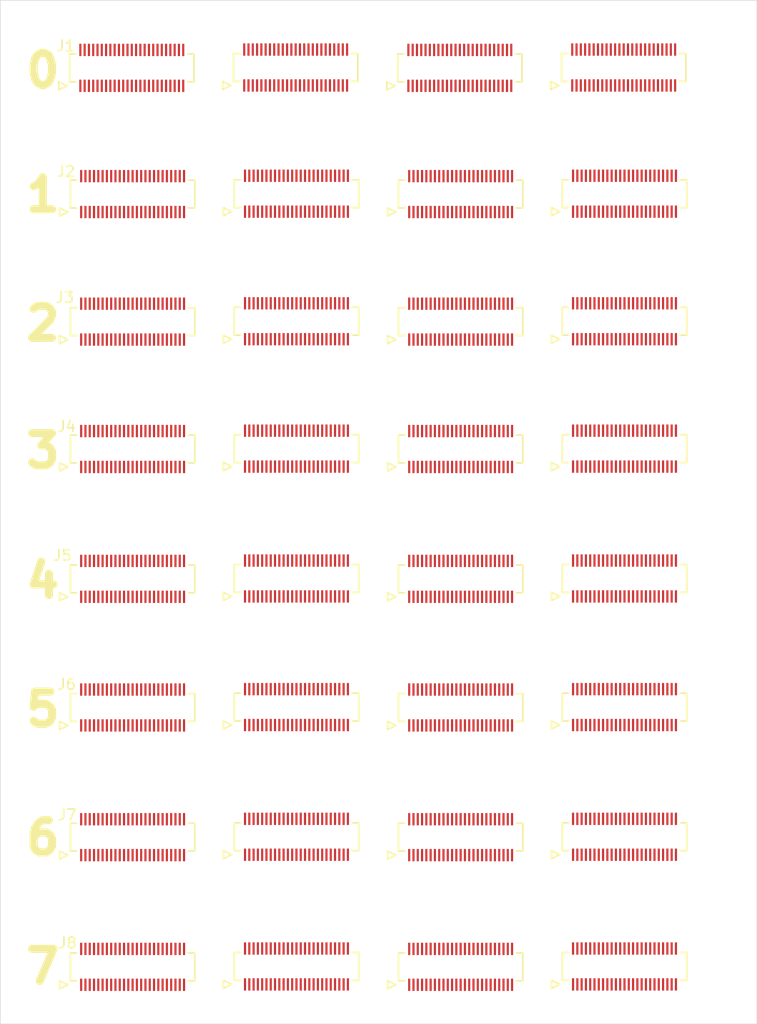
<source format=kicad_pcb>
(kicad_pcb (version 20241229) (generator "pcbnew") (generator_version "9.0")
  (layers (0 "F.Cu" signal) (4 "In1.Cu" signal) (6 "In2.Cu" signal) (8 "In3.Cu" signal) (10 "In4.Cu" signal) (12 "In5.Cu" signal) (14 "In6.Cu" signal) (16 "In7.Cu" signal) (18 "In8.Cu" signal) (20 "In9.Cu" signal) (22 "In10.Cu" signal) (24 "In11.Cu" signal) (26 "In12.Cu" signal) (28 "In13.Cu" signal) (30 "In14.Cu" signal) (32 "In15.Cu" signal) (34 "In16.Cu" signal) (2 "B.Cu" signal) (13 "F.Paste" user) (15 "B.Paste" user) (5 "F.SilkS" user "F.Silkscreen") (7 "B.SilkS" user "B.Silkscreen") (1 "F.Mask" user) (3 "B.Mask" user) (25 "Edge.Cuts" user))
  (net 0 "")
  (net 577 "B00B08_013")
  (net 578 "B00B04_006")
  (net 579 "B00B04_003")
  (net 580 "B00B01_014")
  (net 581 "B00B08_015")
  (net 582 "B00B02_000")
  (net 583 "B00B08_012")
  (net 584 "B00B08_008")
  (net 585 "B00B02_003")
  (net 586 "B00B04_011")
  (net 587 "B00B01_003")
  (net 588 "B00B02_009")
  (net 589 "B00B02_010")
  (net 590 "B00B08_003")
  (net 591 "B00B04_002")
  (net 592 "B00B01_015")
  (net 593 "B00B04_008")
  (net 594 "B00B01_000")
  (net 595 "B00B08_001")
  (net 596 "B00B04_004")
  (net 597 "B00B02_004")
  (net 598 "B00B04_000")
  (net 599 "B00B01_011")
  (net 600 "B00B04_009")
  (net 601 "B00B08_005")
  (net 602 "B00B08_009")
  (net 603 "B00B01_012")
  (net 604 "B00B01_008")
  (net 605 "B00B08_004")
  (net 606 "B00B08_000")
  (net 607 "B00B02_014")
  (net 608 "B00B02_012")
  (net 609 "B00B02_015")
  (net 610 "B00B01_010")
  (net 611 "B00B01_013")
  (net 612 "B00B04_005")
  (net 613 "B00B04_012")
  (net 614 "B00B01_005")
  (net 615 "B00B02_008")
  (net 616 "B00B01_004")
  (net 617 "B00B02_013")
  (net 618 "B00B02_011")
  (net 619 "B00B01_001")
  (net 620 "B00B08_011")
  (net 621 "B00B02_007")
  (net 622 "B00B04_013")
  (net 623 "B00B04_007")
  (net 624 "B00B02_002")
  (net 625 "B00B08_002")
  (net 626 "B00B04_015")
  (net 627 "B00B08_006")
  (net 628 "B00B01_002")
  (net 629 "B00B04_010")
  (net 630 "B00B01_009")
  (net 631 "B00B01_006")
  (net 632 "B00B02_006")
  (net 633 "B00B08_007")
  (net 634 "B00B01_007")
  (net 635 "B00B04_001")
  (net 636 "B00B02_001")
  (net 637 "B00B04_014")
  (net 638 "B00B08_014")
  (net 639 "B00B02_005")
  (net 640 "B00B08_010")
  (net 641 "B01B05_006")
  (net 642 "B01B05_002")
  (net 643 "B01B09_008")
  (net 644 "B01B09_001")
  (net 645 "B01B09_009")
  (net 646 "B01B05_004")
  (net 647 "B01B03_011")
  (net 648 "B01B05_000")
  (net 649 "B01B05_012")
  (net 650 "B01B03_015")
  (net 651 "B01B03_002")
  (net 652 "B01B09_005")
  (net 653 "B01B05_010")
  (net 654 "B01B05_013")
  (net 655 "B01B03_001")
  (net 656 "B01B03_000")
  (net 657 "B01B05_011")
  (net 658 "B01B09_011")
  (net 659 "B01B09_015")
  (net 660 "B01B05_014")
  (net 661 "B01B09_000")
  (net 662 "B01B03_009")
  (net 663 "B01B05_015")
  (net 664 "B01B09_002")
  (net 665 "B01B09_003")
  (net 666 "B01B09_013")
  (net 667 "B01B03_010")
  (net 668 "B01B03_008")
  (net 669 "B01B03_014")
  (net 670 "B01B05_008")
  (net 671 "B01B09_012")
  (net 672 "B01B03_012")
  (net 673 "B01B05_005")
  (net 674 "B01B05_009")
  (net 675 "B01B05_003")
  (net 676 "B01B09_006")
  (net 677 "B01B03_006")
  (net 678 "B01B09_004")
  (net 679 "B01B03_004")
  (net 680 "B01B05_001")
  (net 681 "B01B05_007")
  (net 682 "B01B09_014")
  (net 683 "B01B03_007")
  (net 684 "B01B03_005")
  (net 685 "B01B09_007")
  (net 686 "B01B09_010")
  (net 687 "B01B03_013")
  (net 688 "B01B03_003")
  (net 689 "B02B10_002")
  (net 690 "B02B06_011")
  (net 691 "B02B03_008")
  (net 692 "B02B06_010")
  (net 693 "B02B06_012")
  (net 694 "B02B10_006")
  (net 695 "B02B10_005")
  (net 696 "B02B03_014")
  (net 697 "B02B03_006")
  (net 698 "B02B06_015")
  (net 699 "B02B06_003")
  (net 700 "B02B03_000")
  (net 701 "B02B10_015")
  (net 702 "B02B06_000")
  (net 703 "B02B10_004")
  (net 704 "B02B10_013")
  (net 705 "B02B03_007")
  (net 706 "B02B03_015")
  (net 707 "B02B06_006")
  (net 708 "B02B10_001")
  (net 709 "B02B03_009")
  (net 710 "B02B06_008")
  (net 711 "B02B06_013")
  (net 712 "B02B06_002")
  (net 713 "B02B03_003")
  (net 714 "B02B03_010")
  (net 715 "B02B03_005")
  (net 716 "B02B03_013")
  (net 717 "B02B03_011")
  (net 718 "B02B06_014")
  (net 719 "B02B03_012")
  (net 720 "B02B10_010")
  (net 721 "B02B06_001")
  (net 722 "B02B10_003")
  (net 723 "B02B10_008")
  (net 724 "B02B06_005")
  (net 725 "B02B10_000")
  (net 726 "B02B06_007")
  (net 727 "B02B03_004")
  (net 728 "B02B03_002")
  (net 729 "B02B03_001")
  (net 730 "B02B10_011")
  (net 731 "B02B06_009")
  (net 732 "B02B10_009")
  (net 733 "B02B10_014")
  (net 734 "B02B10_007")
  (net 735 "B02B10_012")
  (net 736 "B02B06_004")
  (net 737 "B03B07_007")
  (net 738 "B03B11_014")
  (net 739 "B03B07_008")
  (net 740 "B03B07_012")
  (net 741 "B03B11_006")
  (net 742 "B03B07_003")
  (net 743 "B03B07_011")
  (net 744 "B03B07_004")
  (net 745 "B03B07_015")
  (net 746 "B03B07_002")
  (net 747 "B03B07_000")
  (net 748 "B03B11_012")
  (net 749 "B03B11_009")
  (net 750 "B03B11_010")
  (net 751 "B03B07_010")
  (net 752 "B03B07_001")
  (net 753 "B03B11_013")
  (net 754 "B03B11_003")
  (net 755 "B03B11_015")
  (net 756 "B03B07_013")
  (net 757 "B03B11_004")
  (net 758 "B03B11_001")
  (net 759 "B03B07_005")
  (net 760 "B03B11_008")
  (net 761 "B03B11_011")
  (net 762 "B03B11_007")
  (net 763 "B03B11_000")
  (net 764 "B03B11_002")
  (net 765 "B03B07_014")
  (net 766 "B03B11_005")
  (net 767 "B03B07_009")
  (net 768 "B03B07_006")
  (net 769 "B04B05_011")
  (net 770 "B04B06_011")
  (net 771 "B04B12_015")
  (net 772 "B04B06_015")
  (net 773 "B04B12_010")
  (net 774 "B04B05_007")
  (net 775 "B04B05_013")
  (net 776 "B04B06_013")
  (net 777 "B04B12_009")
  (net 778 "B04B06_002")
  (net 779 "B04B12_012")
  (net 780 "B04B06_003")
  (net 781 "B04B12_007")
  (net 782 "B04B06_008")
  (net 783 "B04B12_006")
  (net 784 "B04B06_004")
  (net 785 "B04B06_012")
  (net 786 "B04B05_014")
  (net 787 "B04B12_002")
  (net 788 "B04B05_012")
  (net 789 "B04B12_001")
  (net 790 "B04B05_005")
  (net 791 "B04B12_000")
  (net 792 "B04B12_004")
  (net 793 "B04B05_002")
  (net 794 "B04B05_009")
  (net 795 "B04B06_005")
  (net 796 "B04B12_008")
  (net 797 "B04B05_004")
  (net 798 "B04B06_010")
  (net 799 "B04B06_006")
  (net 800 "B04B05_006")
  (net 801 "B04B05_008")
  (net 802 "B04B05_015")
  (net 803 "B04B12_014")
  (net 804 "B04B12_003")
  (net 805 "B04B06_001")
  (net 806 "B04B12_013")
  (net 807 "B04B05_010")
  (net 808 "B04B05_001")
  (net 809 "B04B06_014")
  (net 810 "B04B06_007")
  (net 811 "B04B05_003")
  (net 812 "B04B06_009")
  (net 813 "B04B12_005")
  (net 814 "B04B06_000")
  (net 815 "B04B05_000")
  (net 816 "B04B12_011")
  (net 817 "B05B13_006")
  (net 818 "B05B13_003")
  (net 819 "B05B13_000")
  (net 820 "B05B07_010")
  (net 821 "B05B07_006")
  (net 822 "B05B13_013")
  (net 823 "B05B07_004")
  (net 824 "B05B07_001")
  (net 825 "B05B07_008")
  (net 826 "B05B13_005")
  (net 827 "B05B13_015")
  (net 828 "B05B07_014")
  (net 829 "B05B13_012")
  (net 830 "B05B07_009")
  (net 831 "B05B07_012")
  (net 832 "B05B07_000")
  (net 833 "B05B07_007")
  (net 834 "B05B13_010")
  (net 835 "B05B07_003")
  (net 836 "B05B13_011")
  (net 837 "B05B13_008")
  (net 838 "B05B13_004")
  (net 839 "B05B07_011")
  (net 840 "B05B13_014")
  (net 841 "B05B13_001")
  (net 842 "B05B07_005")
  (net 843 "B05B07_013")
  (net 844 "B05B13_009")
  (net 845 "B05B07_002")
  (net 846 "B05B07_015")
  (net 847 "B05B13_002")
  (net 848 "B05B13_007")
  (net 849 "B06B07_013")
  (net 850 "B06B07_002")
  (net 851 "B06B14_002")
  (net 852 "B06B07_001")
  (net 853 "B06B07_004")
  (net 854 "B06B14_008")
  (net 855 "B06B14_006")
  (net 856 "B06B07_007")
  (net 857 "B06B14_012")
  (net 858 "B06B14_004")
  (net 859 "B06B07_009")
  (net 860 "B06B14_005")
  (net 861 "B06B14_003")
  (net 862 "B06B07_012")
  (net 863 "B06B07_006")
  (net 864 "B06B14_001")
  (net 865 "B06B14_007")
  (net 866 "B06B07_014")
  (net 867 "B06B07_005")
  (net 868 "B06B07_003")
  (net 869 "B06B14_013")
  (net 870 "B06B14_009")
  (net 871 "B06B07_010")
  (net 872 "B06B14_010")
  (net 873 "B06B14_014")
  (net 874 "B06B14_011")
  (net 875 "B06B14_015")
  (net 876 "B06B07_008")
  (net 877 "B06B07_000")
  (net 878 "B06B14_000")
  (net 879 "B06B07_011")
  (net 880 "B06B07_015")
  (net 881 "B07B15_005")
  (net 882 "B07B15_003")
  (net 883 "B07B15_000")
  (net 884 "B07B15_006")
  (net 885 "B07B15_004")
  (net 886 "B07B15_001")
  (net 887 "B07B15_010")
  (net 888 "B07B15_012")
  (net 889 "B07B15_014")
  (net 890 "B07B15_002")
  (net 891 "B07B15_009")
  (net 892 "B07B15_008")
  (net 893 "B07B15_015")
  (net 894 "B07B15_011")
  (net 895 "B07B15_013")
  (net 896 "B07B15_007")
  (net 897 "B08B12_003")
  (net 898 "B08B09_004")
  (net 899 "B08B10_009")
  (net 900 "B08B12_005")
  (net 901 "B08B12_001")
  (net 902 "B08B12_009")
  (net 903 "B08B09_012")
  (net 904 "B08B09_003")
  (net 905 "B08B12_004")
  (net 906 "B08B09_006")
  (net 907 "B08B12_006")
  (net 908 "B08B09_009")
  (net 909 "B08B09_010")
  (net 910 "B08B12_000")
  (net 911 "B08B10_001")
  (net 912 "B08B09_001")
  (net 913 "B08B12_012")
  (net 914 "B08B10_007")
  (net 915 "B08B12_008")
  (net 916 "B08B09_002")
  (net 917 "B08B12_013")
  (net 918 "B08B10_008")
  (net 919 "B08B10_003")
  (net 920 "B08B09_013")
  (net 921 "B08B09_008")
  (net 922 "B08B10_006")
  (net 923 "B08B09_014")
  (net 924 "B08B12_007")
  (net 925 "B08B10_011")
  (net 926 "B08B09_005")
  (net 927 "B08B09_011")
  (net 928 "B08B10_002")
  (net 929 "B08B10_005")
  (net 930 "B08B12_010")
  (net 931 "B08B10_012")
  (net 932 "B08B10_015")
  (net 933 "B08B10_000")
  (net 934 "B08B12_002")
  (net 935 "B08B10_004")
  (net 936 "B08B09_000")
  (net 937 "B08B10_014")
  (net 938 "B08B12_014")
  (net 939 "B08B09_007")
  (net 940 "B08B10_010")
  (net 941 "B08B12_011")
  (net 942 "B08B12_015")
  (net 943 "B08B10_013")
  (net 944 "B08B09_015")
  (net 945 "B09B13_010")
  (net 946 "B09B13_001")
  (net 947 "B09B11_010")
  (net 948 "B09B11_003")
  (net 949 "B09B13_008")
  (net 950 "B09B11_011")
  (net 951 "B09B13_004")
  (net 952 "B09B11_004")
  (net 953 "B09B11_014")
  (net 954 "B09B13_012")
  (net 955 "B09B11_013")
  (net 956 "B09B11_015")
  (net 957 "B09B13_014")
  (net 958 "B09B11_005")
  (net 959 "B09B13_013")
  (net 960 "B09B11_000")
  (net 961 "B09B11_002")
  (net 962 "B09B13_002")
  (net 963 "B09B13_015")
  (net 964 "B09B13_011")
  (net 965 "B09B13_009")
  (net 966 "B09B11_007")
  (net 967 "B09B13_005")
  (net 968 "B09B13_000")
  (net 969 "B09B11_008")
  (net 970 "B09B11_001")
  (net 971 "B09B11_009")
  (net 972 "B09B11_012")
  (net 973 "B09B13_007")
  (net 974 "B09B11_006")
  (net 975 "B09B13_006")
  (net 976 "B09B13_003")
  (net 977 "B10B11_000")
  (net 978 "B10B14_009")
  (net 979 "B10B14_013")
  (net 980 "B10B14_006")
  (net 981 "B10B14_000")
  (net 982 "B10B11_003")
  (net 983 "B10B14_004")
  (net 984 "B10B11_002")
  (net 985 "B10B11_006")
  (net 986 "B10B11_005")
  (net 987 "B10B11_012")
  (net 988 "B10B11_011")
  (net 989 "B10B11_010")
  (net 990 "B10B14_011")
  (net 991 "B10B11_008")
  (net 992 "B10B14_010")
  (net 993 "B10B14_002")
  (net 994 "B10B14_001")
  (net 995 "B10B11_007")
  (net 996 "B10B11_014")
  (net 997 "B10B14_015")
  (net 998 "B10B11_009")
  (net 999 "B10B14_012")
  (net 1000 "B10B14_007")
  (net 1001 "B10B14_003")
  (net 1002 "B10B11_015")
  (net 1003 "B10B14_005")
  (net 1004 "B10B14_008")
  (net 1005 "B10B11_001")
  (net 1006 "B10B11_004")
  (net 1007 "B10B11_013")
  (net 1008 "B10B14_014")
  (net 1009 "B11B15_010")
  (net 1010 "B11B15_008")
  (net 1011 "B11B15_012")
  (net 1012 "B11B15_007")
  (net 1013 "B11B15_011")
  (net 1014 "B11B15_006")
  (net 1015 "B11B15_002")
  (net 1016 "B11B15_005")
  (net 1017 "B11B15_013")
  (net 1018 "B11B15_014")
  (net 1019 "B11B15_001")
  (net 1020 "B11B15_000")
  (net 1021 "B11B15_004")
  (net 1022 "B11B15_009")
  (net 1023 "B11B15_015")
  (net 1024 "B11B15_003")
  (net 1025 "B12B13_010")
  (net 1026 "B12B13_013")
  (net 1027 "B12B13_001")
  (net 1028 "B12B14_010")
  (net 1029 "B12B14_006")
  (net 1030 "B12B14_002")
  (net 1031 "B12B13_008")
  (net 1032 "B12B14_004")
  (net 1033 "B12B14_000")
  (net 1034 "B12B14_013")
  (net 1035 "B12B13_007")
  (net 1036 "B12B13_004")
  (net 1037 "B12B14_011")
  (net 1038 "B12B14_005")
  (net 1039 "B12B14_003")
  (net 1040 "B12B14_007")
  (net 1041 "B12B14_015")
  (net 1042 "B12B14_014")
  (net 1043 "B12B13_012")
  (net 1044 "B12B14_008")
  (net 1045 "B12B14_009")
  (net 1046 "B12B13_002")
  (net 1047 "B12B14_001")
  (net 1048 "B12B13_015")
  (net 1049 "B12B13_000")
  (net 1050 "B12B13_011")
  (net 1051 "B12B13_009")
  (net 1052 "B12B13_014")
  (net 1053 "B12B13_005")
  (net 1054 "B12B13_006")
  (net 1055 "B12B14_012")
  (net 1056 "B12B13_003")
  (net 1057 "B13B15_002")
  (net 1058 "B13B15_003")
  (net 1059 "B13B15_008")
  (net 1060 "B13B15_013")
  (net 1061 "B13B15_001")
  (net 1062 "B13B15_000")
  (net 1063 "B13B15_010")
  (net 1064 "B13B15_006")
  (net 1065 "B13B15_009")
  (net 1066 "B13B15_012")
  (net 1067 "B13B15_011")
  (net 1068 "B13B15_004")
  (net 1069 "B13B15_014")
  (net 1070 "B13B15_007")
  (net 1071 "B13B15_015")
  (net 1072 "B13B15_005")
  (net 1073 "B14B15_009")
  (net 1074 "B14B15_005")
  (net 1075 "B14B15_013")
  (net 1076 "B14B15_001")
  (net 1077 "B14B15_015")
  (net 1078 "B14B15_006")
  (net 1079 "B14B15_014")
  (net 1080 "B14B15_010")
  (net 1081 "B14B15_002")
  (net 1082 "B14B15_004")
  (net 1083 "B14B15_007")
  (net 1084 "B14B15_011")
  (net 1085 "B14B15_000")
  (net 1086 "B14B15_008")
  (net 1087 "B14B15_012")
  (net 1088 "B14B15_003")
  (footprint "MountingHole:MountingHole_3.2mm_M3" (layer "F.Cu") (at 237.825 130.425)
    (property "Reference" "H2" (hide yes))
    (property "Value" "MountingHole" (hide yes))
  )
  (footprint "BackplaneConn:Backplane-200-renumbered" (layer "F.Cu") (at 183.347986 75.9825)
    (property "Reference" "J3")
    (property "Value" "BackplaneConn" (hide yes))
  )
  (footprint "BackplaneConn:Backplane-200-renumbered" (layer "F.Cu") (at 183.347986 87.8675)
    (property "Reference" "J4")
    (property "Value" "BackplaneConn" (hide yes))
  )
  (footprint "BackplaneConn:Backplane-200-renumbered" (layer "F.Cu") (at 183.347986 111.9825)
    (property "Reference" "J6")
    (property "Value" "BackplaneConn" (hide yes))
  )
  (footprint "BackplaneConn:Backplane-200-renumbered" (layer "F.Cu") (at 183.272986 52.3075)
    (property "Reference" "J1")
    (property "Value" "BackplaneConn" (hide yes))
  )
  (footprint "BackplaneConn:Backplane-200-renumbered" (layer "F.Cu") (at 183.347986 124.0825)
    (property "Reference" "J7")
    (property "Value" "BackplaneConn" (hide yes))
  )
  (footprint "MountingHole:MountingHole_3.2mm_M3" (layer "F.Cu") (at 237.9 58.1)
    (property "Reference" "H1" (hide yes))
    (property "Value" "MountingHole" (hide yes))
  )
  (footprint "MountingHole:MountingHole_3.2mm_M3" (layer "F.Cu") (at 174.8 58.1)
    (property "Reference" "H3" (hide yes))
    (property "Value" "MountingHole" (hide yes))
  )
  (footprint "BackplaneConn:Backplane-200-renumbered" (layer "F.Cu") (at 183.347986 64.0825)
    (property "Reference" "J2")
    (property "Value" "BackplaneConn" (hide yes))
  )
  (footprint "BackplaneConn:Backplane-200-renumbered" (layer "F.Cu") (at 183.347986 136.1825)
    (property "Reference" "J8")
    (property "Value" "BackplaneConn" (hide yes))
  )
  (footprint "MountingHole:MountingHole_3.2mm_M3" (layer "F.Cu") (at 174.975 129.925)
    (property "Reference" "H4" (hide yes))
    (property "Value" "MountingHole" (hide yes))
  )
  (footprint "BackplaneConn:Backplane-200-renumbered" (layer "F.Cu") (at 183.347986 99.9825)
    (property "Reference" "J5")
    (property "Value" "BackplaneConn" (hide yes))
  )
  (gr_rect (start 171 46) (end 241.6 141.5) (stroke (width 0.05)) (fill no) (layer "Edge.Cuts"))
  (gr_text "2" (at 173.047988 77.9075 0) (layer "F.SilkS") (effects (font (size 3 3) (thickness 0.75) (bold yes)) (justify left bottom)))
  (gr_text "6" (at 173.047988 125.9075 0) (layer "F.SilkS") (effects (font (size 3 3) (thickness 0.75) (bold yes)) (justify left bottom)))
  (gr_text "1" (at 173.047988 65.9075 0) (layer "F.SilkS") (effects (font (size 3 3) (thickness 0.75) (bold yes)) (justify left bottom)))
  (gr_text "5" (at 173.047988 113.9075 0) (layer "F.SilkS") (effects (font (size 3 3) (thickness 0.75) (bold yes)) (justify left bottom)))
  (gr_text "7" (at 173.047988 137.9075 0) (layer "F.SilkS") (effects (font (size 3 3) (thickness 0.75) (bold yes)) (justify left bottom)))
  (gr_text "4" (at 173.047988 101.9075 0) (layer "F.SilkS") (effects (font (size 3 3) (thickness 0.75) (bold yes)) (justify left bottom)))
  (gr_text "0" (at 173.047988 54.3075 0) (layer "F.SilkS") (effects (font (size 3 3) (thickness 0.75) (bold yes)) (justify left bottom)))
  (gr_text "3" (at 173.047988 89.7925 0) (layer "F.SilkS") (effects (font (size 3 3) (thickness 0.75) (bold yes)) (justify left bottom)))
)
</source>
